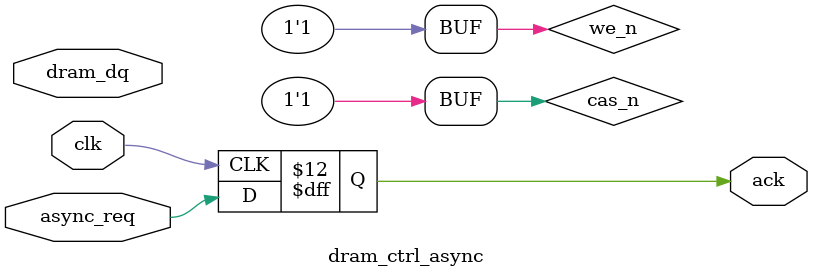
<source format=sv>
module dram_ctrl_async #(
    parameter BANK_ADDR_WIDTH = 3,
    parameter ROW_ADDR_WIDTH = 13,
    parameter COL_ADDR_WIDTH = 10
)(
    input clk,
    input async_req,
    output reg ack,
    inout [15:0] dram_dq
);
    // 地址多路复用控制
    reg ras_n, cas_n, we_n;
    reg [BANK_ADDR_WIDTH-1:0] bank_addr;
    
    // 组合逻辑接口控制
    always @(*) begin
        if(async_req && !ack) begin
            ras_n = 0;
            cas_n = 1;
            we_n = 1;
        end
        else begin
            ras_n = 1;
            cas_n = 1;
            we_n = 1;
        end
    end
    
    // 时序控制单元
    always @(posedge clk) begin
        ack <= async_req;
    end
endmodule

</source>
